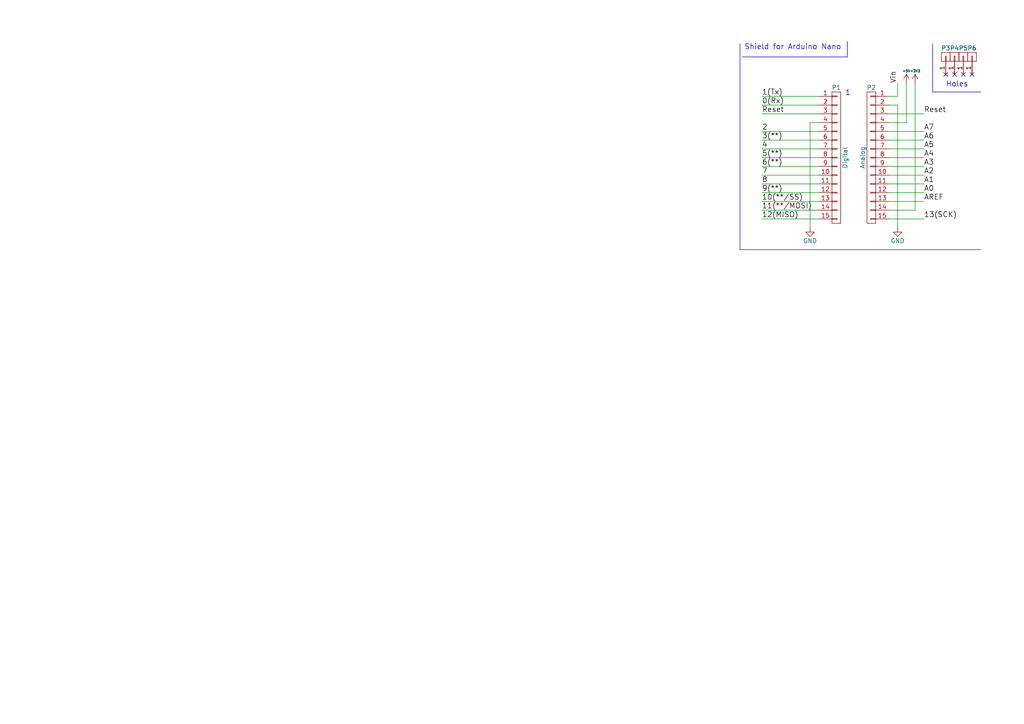
<source format=kicad_sch>
(kicad_sch (version 20230121) (generator eeschema)
  (paper "A4")
  (title_block (date "jeu. 02 avril 2015"))
  (lib_symbols
    (symbol "Arduino_Nano-rescue:+3.3V" (power) (pin_names (offset 0))
      (property "Value" "+3.3V" (at 0 3.556 0))
      (symbol "+3.3V_0_1"
        (polyline (pts (xy -0.762 1.27) (xy 0 2.54)))
        (polyline (pts (xy 0 0) (xy 0 2.54)))
        (polyline (pts (xy 0 2.54) (xy 0.762 1.27)))
      )
      (symbol "+3.3V_1_1"
        (pin power_in line (at 0 0 90) (length 0) hide (name "+3V3") (number "1"))
      )
    )
    (symbol "Arduino_Nano-rescue:+5V" (power) (pin_names (offset 0))
      (property "Value" "+5V" (at 0 3.556 0))
      (symbol "+5V_0_1"
        (polyline (pts (xy -0.762 1.27) (xy 0 2.54)))
        (polyline (pts (xy 0 0) (xy 0 2.54)))
        (polyline (pts (xy 0 2.54) (xy 0.762 1.27)))
      )
      (symbol "+5V_1_1"
        (pin power_in line (at 0 0 90) (length 0) hide (name "+5V") (number "1"))
      )
    )
    (symbol "Arduino_Nano-rescue:CONN_01X01" (pin_names (offset 1.016) hide)
      (property "Reference" "P" (at 0 2.54 0))
      (property "Value" "CONN_01X01" (at 2.54 0 90))
      (symbol "CONN_01X01_0_1"
        (rectangle (start -1.27 0.127) (end 0.254 -0.127))
        (rectangle (start -1.27 1.27) (end 1.27 -1.27))
      )
      (symbol "CONN_01X01_1_1"
        (pin passive line (at -5.08 0 0) (length 3.81) (name "P1") (number "1"))
      )
    )
    (symbol "Arduino_Nano-rescue:CONN_01X15" (pin_names (offset 1.016) hide)
      (property "Reference" "P" (at 0 20.32 0))
      (property "Value" "CONN_01X15" (at 2.54 0 90))
      (symbol "CONN_01X15_0_1"
        (rectangle (start -1.27 -17.653) (end 0.254 -17.907))
        (rectangle (start -1.27 -15.113) (end 0.254 -15.367))
        (rectangle (start -1.27 -12.573) (end 0.254 -12.827))
        (rectangle (start -1.27 -10.033) (end 0.254 -10.287))
        (rectangle (start -1.27 -7.493) (end 0.254 -7.747))
        (rectangle (start -1.27 -4.953) (end 0.254 -5.207))
        (rectangle (start -1.27 -2.413) (end 0.254 -2.667))
        (rectangle (start -1.27 0.127) (end 0.254 -0.127))
        (rectangle (start -1.27 2.667) (end 0.254 2.413))
        (rectangle (start -1.27 5.207) (end 0.254 4.953))
        (rectangle (start -1.27 7.747) (end 0.254 7.493))
        (rectangle (start -1.27 10.287) (end 0.254 10.033))
        (rectangle (start -1.27 12.827) (end 0.254 12.573))
        (rectangle (start -1.27 15.367) (end 0.254 15.113))
        (rectangle (start -1.27 17.907) (end 0.254 17.653))
        (rectangle (start -1.27 19.05) (end 1.27 -19.05))
      )
      (symbol "CONN_01X15_1_1"
        (pin passive line (at -5.08 17.78 0) (length 3.81) (name "P1") (number "1"))
        (pin passive line (at -5.08 -5.08 0) (length 3.81) (name "P10") (number "10"))
        (pin passive line (at -5.08 -7.62 0) (length 3.81) (name "P11") (number "11"))
        (pin passive line (at -5.08 -10.16 0) (length 3.81) (name "P12") (number "12"))
        (pin passive line (at -5.08 -12.7 0) (length 3.81) (name "P13") (number "13"))
        (pin passive line (at -5.08 -15.24 0) (length 3.81) (name "P14") (number "14"))
        (pin passive line (at -5.08 -17.78 0) (length 3.81) (name "P15") (number "15"))
        (pin passive line (at -5.08 15.24 0) (length 3.81) (name "P2") (number "2"))
        (pin passive line (at -5.08 12.7 0) (length 3.81) (name "P3") (number "3"))
        (pin passive line (at -5.08 10.16 0) (length 3.81) (name "P4") (number "4"))
        (pin passive line (at -5.08 7.62 0) (length 3.81) (name "P5") (number "5"))
        (pin passive line (at -5.08 5.08 0) (length 3.81) (name "P6") (number "6"))
        (pin passive line (at -5.08 2.54 0) (length 3.81) (name "P7") (number "7"))
        (pin passive line (at -5.08 0 0) (length 3.81) (name "P8") (number "8"))
        (pin passive line (at -5.08 -2.54 0) (length 3.81) (name "P9") (number "9"))
      )
    )
    (symbol "Arduino_Nano-rescue:GND" (power) (pin_names (offset 0))
      (property "Value" "GND" (at 0 -3.81 0))
      (symbol "GND_0_1"
        (polyline (pts (xy 0 0) (xy 0 -1.27) (xy 1.27 -1.27) (xy 0 -2.54) (xy -1.27 -1.27) (xy 0 -1.27)))
      )
      (symbol "GND_1_1"
        (pin power_in line (at 0 0 270) (length 0) hide (name "GND") (number "1"))
      )
    )
  )
  (no_connect (at 274.32 21.59))
  (no_connect (at 276.86 21.59))
  (no_connect (at 279.4 21.59))
  (no_connect (at 281.94 21.59))
  (wire (pts (xy 220.98 53.34) (xy 237.49 53.34)))
  (wire (pts (xy 262.89 24.13) (xy 262.89 35.56)))
  (wire (pts (xy 220.98 30.48) (xy 237.49 30.48)))
  (wire (pts (xy 257.81 63.5) (xy 267.97 63.5)))
  (wire (pts (xy 257.81 45.72) (xy 267.97 45.72)))
  (wire (pts (xy 267.97 33.02) (xy 257.81 33.02)))
  (wire (pts (xy 237.49 55.88) (xy 220.98 55.88)))
  (polyline (pts (xy 214.63 72.39) (xy 214.63 12.7)))
  (wire (pts (xy 237.49 35.56) (xy 234.95 35.56)))
  (wire (pts (xy 267.97 58.42) (xy 257.81 58.42)))
  (wire (pts (xy 220.98 38.1) (xy 237.49 38.1)))
  (wire (pts (xy 267.97 50.8) (xy 257.81 50.8)))
  (polyline (pts (xy 215.265 16.51) (xy 245.745 16.51)))
  (wire (pts (xy 237.49 33.02) (xy 220.98 33.02)))
  (wire (pts (xy 220.98 63.5) (xy 237.49 63.5)))
  (wire (pts (xy 267.97 43.18) (xy 257.81 43.18)))
  (wire (pts (xy 260.35 66.04) (xy 260.35 30.48)))
  (wire (pts (xy 237.49 60.96) (xy 220.98 60.96)))
  (polyline (pts (xy 284.48 26.67) (xy 270.51 26.67)))
  (wire (pts (xy 237.49 45.72) (xy 220.98 45.72)))
  (wire (pts (xy 257.81 27.94) (xy 260.35 27.94)))
  (wire (pts (xy 220.98 43.18) (xy 237.49 43.18)))
  (wire (pts (xy 237.49 50.8) (xy 220.98 50.8)))
  (wire (pts (xy 220.98 58.42) (xy 237.49 58.42)))
  (polyline (pts (xy 245.745 16.51) (xy 245.745 12.065)))
  (wire (pts (xy 237.49 40.64) (xy 220.98 40.64)))
  (wire (pts (xy 265.43 24.13) (xy 265.43 60.96)))
  (wire (pts (xy 234.95 35.56) (xy 234.95 66.04)))
  (wire (pts (xy 267.97 40.64) (xy 257.81 40.64)))
  (wire (pts (xy 262.89 35.56) (xy 257.81 35.56)))
  (wire (pts (xy 257.81 38.1) (xy 267.97 38.1)))
  (wire (pts (xy 267.97 48.26) (xy 257.81 48.26)))
  (wire (pts (xy 237.49 27.94) (xy 220.98 27.94)))
  (polyline (pts (xy 270.51 26.67) (xy 270.51 12.7)))
  (wire (pts (xy 267.97 55.88) (xy 257.81 55.88)))
  (wire (pts (xy 260.35 30.48) (xy 257.81 30.48)))
  (wire (pts (xy 265.43 60.96) (xy 257.81 60.96)))
  (polyline (pts (xy 284.48 72.39) (xy 214.63 72.39)))
  (wire (pts (xy 257.81 53.34) (xy 267.97 53.34)))
  (wire (pts (xy 220.98 48.26) (xy 237.49 48.26)))
  (wire (pts (xy 260.35 27.94) (xy 260.35 24.13)))
  (text "Shield for Arduino Nano" (at 215.9 14.605 0) (effects (font (size 1.524 1.524)) (justify left bottom)))
  (text "1" (at 245.11 27.94 0) (effects (font (size 1.524 1.524)) (justify left bottom)))
  (text "Holes" (at 274.32 25.4 0) (effects (font (size 1.524 1.524)) (justify left bottom)))
  (label "A6" (at 267.97 40.64 0) (effects (font (size 1.524 1.524))))
  (label "13(SCK)" (at 267.97 63.5 0) (effects (font (size 1.524 1.524))))
  (label "4" (at 220.98 43.18 0) (effects (font (size 1.524 1.524))))
  (label "8" (at 220.98 53.34 0) (effects (font (size 1.524 1.524))))
  (label "Vin" (at 260.35 24.13 90) (effects (font (size 1.524 1.524))))
  (label "0(Rx)" (at 220.98 30.48 0) (effects (font (size 1.524 1.524))))
  (label "A1" (at 267.97 53.34 0) (effects (font (size 1.524 1.524))))
  (label "7" (at 220.98 50.8 0) (effects (font (size 1.524 1.524))))
  (label "6(**)" (at 220.98 48.26 0) (effects (font (size 1.524 1.524))))
  (label "5(**)" (at 220.98 45.72 0) (effects (font (size 1.524 1.524))))
  (label "A4" (at 267.97 45.72 0) (effects (font (size 1.524 1.524))))
  (label "10(**/SS)" (at 220.98 58.42 0) (effects (font (size 1.524 1.524))))
  (label "A0" (at 267.97 55.88 0) (effects (font (size 1.524 1.524))))
  (label "Reset" (at 267.97 33.02 0) (effects (font (size 1.524 1.524))))
  (label "3(**)" (at 220.98 40.64 0) (effects (font (size 1.524 1.524))))
  (label "12(MISO)" (at 220.98 63.5 0) (effects (font (size 1.524 1.524))))
  (label "A5" (at 267.97 43.18 0) (effects (font (size 1.524 1.524))))
  (label "1(Tx)" (at 220.98 27.94 0) (effects (font (size 1.524 1.524))))
  (label "A7" (at 267.97 38.1 0) (effects (font (size 1.524 1.524))))
  (label "11(**/MOSI)" (at 220.98 60.96 0) (effects (font (size 1.524 1.524))))
  (label "A2" (at 267.97 50.8 0) (effects (font (size 1.524 1.524))))
  (label "2" (at 220.98 38.1 0) (effects (font (size 1.524 1.524))))
  (label "9(**)" (at 220.98 55.88 0) (effects (font (size 1.524 1.524))))
  (label "Reset" (at 220.98 33.02 0) (effects (font (size 1.524 1.524))))
  (label "A3" (at 267.97 48.26 0) (effects (font (size 1.524 1.524))))
  (label "AREF" (at 267.97 58.42 0) (effects (font (size 1.524 1.524))))
  (symbol (lib_id "Arduino_Nano-rescue:CONN_01X01") (at 274.32 16.51 90) (unit 1)
    (property "Reference" "P3" (at 274.32 13.97 90))
    (property "Value" "CONN_01X01" (effects hide))
    (property "Footprint" "Socket_Arduino_Nano:1pin_Nano" (effects hide))
  )
  (symbol (lib_id "Arduino_Nano-rescue:CONN_01X01") (at 276.86 16.51 90) (unit 1)
    (property "Reference" "P4" (at 276.86 13.97 90))
    (property "Value" "CONN_01X01" (effects hide))
    (property "Footprint" "Socket_Arduino_Nano:1pin_Nano" (effects hide))
  )
  (symbol (lib_id "Arduino_Nano-rescue:CONN_01X01") (at 279.4 16.51 90) (unit 1)
    (property "Reference" "P5" (at 279.4 13.97 90))
    (property "Value" "CONN_01X01" (effects hide))
    (property "Footprint" "Socket_Arduino_Nano:1pin_Nano" (effects hide))
  )
  (symbol (lib_id "Arduino_Nano-rescue:CONN_01X01") (at 281.94 16.51 90) (unit 1)
    (property "Reference" "P6" (at 281.94 13.97 90))
    (property "Value" "CONN_01X01" (effects hide))
    (property "Footprint" "Socket_Arduino_Nano:1pin_Nano" (effects hide))
  )
  (symbol (lib_id "Arduino_Nano-rescue:CONN_01X15") (at 242.57 45.72 0) (unit 1)
    (property "Reference" "P1" (at 242.57 25.4 0))
    (property "Value" "Digital" (at 245.11 45.72 90))
    (property "Footprint" "Socket_Arduino_Nano:Socket_Strip_Arduino_1x15" (effects hide))
  )
  (symbol (lib_id "Arduino_Nano-rescue:CONN_01X15") (at 252.73 45.72 0) (mirror y) (unit 1)
    (property "Reference" "P2" (at 252.73 25.4 0))
    (property "Value" "Analog" (at 250.19 45.72 90))
    (property "Footprint" "Socket_Arduino_Nano:Socket_Strip_Arduino_1x15" (effects hide))
  )
  (symbol (lib_id "Arduino_Nano-rescue:GND") (at 234.95 66.04 0) (unit 1)
    (property "Reference" "#PWR01" (effects hide))
    (property "Value" "GND" (at 234.95 69.85 0))
  )
  (symbol (lib_id "Arduino_Nano-rescue:GND") (at 260.35 66.04 0) (unit 1)
    (property "Reference" "#PWR02" (effects hide))
    (property "Value" "GND" (at 260.35 69.85 0))
  )
  (symbol (lib_id "Arduino_Nano-rescue:+5V") (at 262.89 24.13 0) (unit 1)
    (property "Reference" "#PWR03" (effects hide))
    (property "Value" "+5V" (at 262.89 20.574 0) (effects (font (size 0.7112 0.7112))))
  )
  (symbol (lib_id "Arduino_Nano-rescue:+3.3V") (at 265.43 24.13 0) (unit 1)
    (property "Reference" "#PWR04" (effects hide))
    (property "Value" "+3.3V" (at 265.43 20.574 0) (effects (font (size 0.7112 0.7112))))
  )
)
</source>
